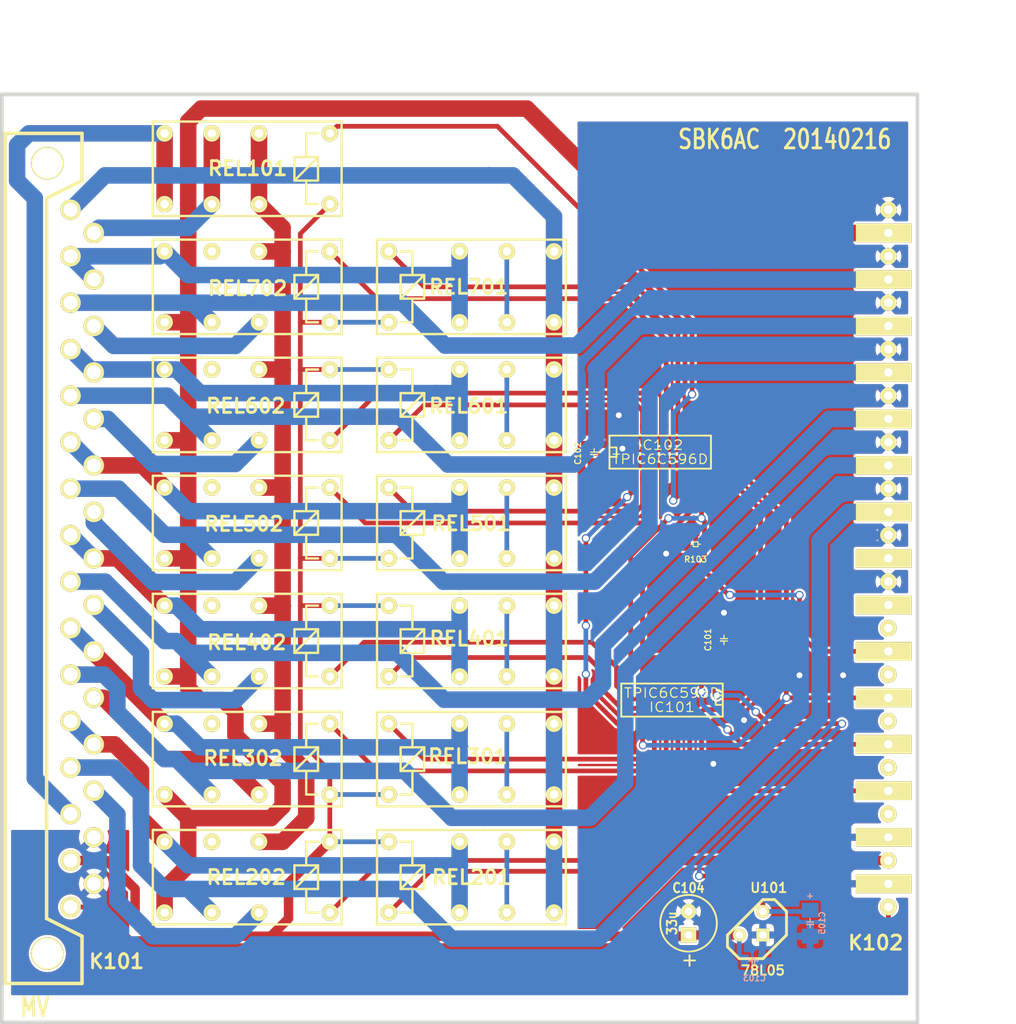
<source format=kicad_pcb>
(kicad_pcb (version 20211014) (generator pcbnew)
  (title_block (title "Schattenbahnhofkarte 3L\\nSBK6AC") (date "2014-02-16") (rev "0432 -") (company "MV"))
  (layers (0 "F.Cu" signal) (31 "B.Cu" signal) (34 "B.Paste" user) (35 "F.Paste" user) (36 "B.SilkS" user "B.Silkscreen") (37 "F.SilkS" user "F.Silkscreen") (38 "B.Mask" user) (39 "F.Mask" user) (44 "Edge.Cuts" user))
  (net 0 "")
  (net 1 "+12V")
  (net 2 "+5V")
  (net 3 "/FSE")
  (net 4 "/FSS")
  (net 5 "/LN")
  (net 6 "/Rel14")
  (net 7 "/SPI_MOSI")
  (net 8 "/SPI_OE")
  (net 9 "/SPI_RCK")
  (net 10 "/SPI_SCK")
  (net 11 "GND")
  (net 12 "/Rel8")
  (net 13 "/Rel7")
  (net 14 "/Rel6")
  (net 15 "/Rel5")
  (net 16 "Net-(IC101-Pad9)")
  (net 17 "/Rel4")
  (net 18 "/Rel3")
  (net 19 "/Rel2")
  (net 20 "/Rel1")
  (net 21 "/Rel18")
  (net 22 "/Rel17")
  (net 23 "/Rel16")
  (net 24 "/Rel15")
  (net 25 "Net-(IC102-Pad9)")
  (net 26 "/Rel13")
  (net 27 "/Rel12")
  (net 28 "/Rel11")
  (net 29 "/GM3")
  (net 30 "/GL3")
  (net 31 "/GL2")
  (net 32 "/GM2")
  (net 33 "/GL1")
  (net 34 "/GM1")
  (net 35 "/GM5")
  (net 36 "/GL5")
  (net 37 "/GL4")
  (net 38 "/GM4")
  (net 39 "/GM6")
  (net 40 "/GL6")
  (net 41 "/BM6")
  (net 42 "/BM4")
  (net 43 "/BM5")
  (net 44 "/BM1")
  (net 45 "/BM2")
  (net 46 "/BM3")
  (net 47 "/FSA")
  (net 48 "/BME")
  (net 49 "Net-(K102-Pad16)")
  (net 50 "Net-(K102-Pad14)")
  (net 51 "Net-(K102-Pad13)")
  (net 52 "Net-(K102-Pad11)")
  (net 53 "Net-(K102-Pad9)")
  (net 54 "Net-(K102-Pad7)")
  (net 55 "Net-(K102-Pad5)")
  (net 56 "/FSE_D")
  (net 57 "Net-(REL201-Pad4)")
  (net 58 "Net-(REL202-Pad4)")
  (net 59 "Net-(REL301-Pad4)")
  (net 60 "Net-(REL302-Pad4)")
  (net 61 "Net-(REL401-Pad4)")
  (net 62 "Net-(REL402-Pad4)")
  (net 63 "Net-(REL501-Pad4)")
  (net 64 "Net-(REL502-Pad4)")
  (net 65 "Net-(REL601-Pad4)")
  (net 66 "Net-(REL602-Pad4)")
  (net 67 "Net-(REL701-Pad4)")
  (net 68 "Net-(REL702-Pad4)")
  (footprint "base:Relay_MT2" (layer "F.Cu") (at 116.84 135.89)
    (fp_text reference "REL201")
    (fp_text value "RELAY_DPDT" hide)
  )
  (footprint "base:Relay_MT2" (layer "F.Cu") (at 92.71 135.89 180)
    (fp_text reference "REL202")
    (fp_text value "RELAY_DPDT" hide)
  )
  (footprint "base:DIN41617-31" (layer "F.Cu") (at 76.2 101.6 -90)
    (fp_text reference "K101")
    (fp_text value "CONN_31" hide)
  )
  (footprint "base:DIN41617_Bu" (layer "F.Cu") (at 164.719 101.6)
    (fp_text reference "K102")
    (fp_text value "CONN_31" hide)
  )
  (footprint "base:Relay_MT2" (layer "F.Cu") (at 116.84 123.19)
    (fp_text reference "REL301")
    (fp_text value "RELAY_DPDT" hide)
  )
  (footprint "base:Relay_MT2" (layer "F.Cu") (at 92.71 123.19 180)
    (fp_text reference "REL302")
    (fp_text value "RELAY_DPDT" hide)
  )
  (footprint "base:Relay_MT2" (layer "F.Cu") (at 116.84 110.49)
    (fp_text reference "REL401")
    (fp_text value "RELAY_DPDT" hide)
  )
  (footprint "base:Relay_MT2" (layer "F.Cu") (at 92.71 110.49 180)
    (fp_text reference "REL402")
    (fp_text value "RELAY_DPDT" hide)
  )
  (footprint "base:Relay_MT2" (layer "F.Cu") (at 116.84 97.79)
    (fp_text reference "REL501")
    (fp_text value "RELAY_DPDT" hide)
  )
  (footprint "base:Relay_MT2" (layer "F.Cu") (at 92.71 97.79 180)
    (fp_text reference "REL502")
    (fp_text value "RELAY_DPDT" hide)
  )
  (footprint "base:Relay_MT2" (layer "F.Cu") (at 116.84 85.09)
    (fp_text reference "REL601")
    (fp_text value "RELAY_DPDT" hide)
  )
  (footprint "base:Relay_MT2" (layer "F.Cu") (at 92.71 72.39 180)
    (fp_text reference "REL702")
    (fp_text value "RELAY_DPDT" hide)
  )
  (footprint "base:Relay_MT2" (layer "F.Cu") (at 116.84 72.39)
    (fp_text reference "REL701")
    (fp_text value "RELAY_DPDT" hide)
  )
  (footprint "base:Relay_MT2" (layer "F.Cu") (at 92.71 85.09 180)
    (fp_text reference "REL602")
    (fp_text value "RELAY_DPDT" hide)
  )
  (footprint "base:Relay_MT2" (layer "F.Cu") (at 92.71 59.69 180)
    (fp_text reference "REL101")
    (fp_text value "RELAY_DPDT" hide)
  )
  (footprint "base:LM78LXX" (layer "F.Cu") (at 146.939 140.843 180)
    (fp_text reference "U101")
    (fp_text value "78L05")
  )
  (footprint "base:C1V6" (layer "F.Cu") (at 140.208 140.843 90)
    (fp_text reference "C104")
    (fp_text value "33u")
  )
  (footprint "base:C0805" (layer "F.Cu") (at 130.048 90.297 90)
    (fp_text reference "C102")
    (fp_text value "100n" hide)
  )
  (footprint "base:C0805" (layer "F.Cu") (at 144.018 110.363 90)
    (fp_text reference "C101")
    (fp_text value "100n" hide)
  )
  (footprint "base:R0805" (layer "F.Cu") (at 140.97 100.076)
    (fp_text reference "R103")
    (fp_text value "R" hide)
  )
  (footprint "base:SO16E" (layer "F.Cu") (at 137.16 90.17)
    (fp_text reference "IC102")
    (fp_text value "TPIC6C596D")
  )
  (footprint "base:SO16E" (layer "F.Cu") (at 138.43 116.84 180)
    (fp_text reference "IC101")
    (fp_text value "TPIC6C596D")
  )
  (footprint "base:C0805" (layer "B.Cu") (at 147.193 144.907)
    (fp_text reference "C103")
    (fp_text value "100n" hide)
  )
  (footprint "base:C1206Pol" (layer "B.Cu") (at 153.289 140.843 90)
    (fp_text reference "C105")
    (fp_text value "10u" hide)
  )
  (gr_line (start 66.294 151.511) (end 66.294 51.689) (layer "B.SilkS") (width 0.381))
  (gr_line (start 66.294 51.689) (end 164.846 51.689) (layer "B.SilkS") (width 0.381))
  (gr_line (start 164.846 151.511) (end 66.294 151.511) (layer "B.SilkS") (width 0.381))
  (gr_line (start 164.846 51.689) (end 164.846 151.511) (layer "B.SilkS") (width 0.381))
  (gr_line (start 66.294 51.689) (end 66.294 151.511) (layer "Edge.Cuts") (width 0.381))
  (gr_line (start 164.846 51.689) (end 66.294 51.689) (layer "Edge.Cuts") (width 0.381))
  (gr_line (start 66.294 151.511) (end 164.846 151.511) (layer "Edge.Cuts") (width 0.381))
  (gr_line (start 164.846 151.511) (end 164.846 51.689) (layer "Edge.Cuts") (width 0.381))
  (gr_text "SBK6AC" (at 143.51 56.515) (layer "F.SilkS") (effects (font (size 2.032 1.524) (thickness 0.3048))))
  (gr_text "MV" (at 69.85 149.86) (layer "F.SilkS") (effects (font (size 2.032 1.524) (thickness 0.3048))))
  (gr_text "20140216" (at 156.21 56.515) (layer "F.SilkS") (effects (font (size 2.032 1.524) (thickness 0.3048))))
  (segment (start 98.425 106.68) (end 98.425 101.6) (width 0.508) (layer "F.Cu") (net 1))
  (segment (start 98.425 79.375) (end 98.425 76.2) (width 0.508) (layer "F.Cu") (net 1))
  (segment (start 95.377 142.24) (end 131.064 142.24) (width 1.016) (layer "F.Cu") (net 1))
  (segment (start 97.155 136.525) (end 101.6 132.08) (width 1.016) (layer "F.Cu") (net 1))
  (segment (start 80.645 140.335) (end 82.55 142.24) (width 1.016) (layer "F.Cu") (net 1))
  (segment (start 98.425 66.675) (end 101.6 63.5) (width 0.508) (layer "F.Cu") (net 1))
  (segment (start 98.425 101.6) (end 98.425 81.28) (width 0.508) (layer "F.Cu") (net 1))
  (segment (start 101.6 127) (end 101.6 124.46) (width 0.508) (layer "F.Cu") (net 1))
  (segment (start 101.6 124.46) (end 98.425 121.285) (width 0.508) (layer "F.Cu") (net 1))
  (segment (start 98.425 121.285) (end 98.425 106.68) (width 0.508) (layer "F.Cu") (net 1))
  (segment (start 95.25 142.24) (end 97.155 140.335) (width 1.016) (layer "F.Cu") (net 1))
  (segment (start 77.5843 134.0993) (end 80.645 137.16) (width 1.016) (layer "F.Cu") (net 1))
  (segment (start 101.6 81.28) (end 98.425 81.28) (width 0.508) (layer "F.Cu") (net 1))
  (segment (start 140.081 142.24) (end 140.208 142.113) (width 1.016) (layer "F.Cu") (net 1))
  (segment (start 80.645 137.16) (end 80.645 140.335) (width 1.016) (layer "F.Cu") (net 1))
  (segment (start 101.6 106.68) (end 98.425 106.68) (width 0.508) (layer "F.Cu") (net 1))
  (segment (start 98.425 81.28) (end 98.425 79.375) (width 0.508) (layer "F.Cu") (net 1))
  (segment (start 97.155 140.335) (end 97.155 136.525) (width 1.016) (layer "F.Cu") (net 1))
  (segment (start 139.2047 134.0993) (end 161.71926 134.0993) (width 1.016) (layer "F.Cu") (net 1))
  (segment (start 101.6 76.2) (end 98.425 76.2) (width 0.508) (layer "F.Cu") (net 1))
  (segment (start 101.6 101.6) (end 98.425 101.6) (width 0.508) (layer "F.Cu") (net 1))
  (segment (start 82.55 142.24) (end 95.377 142.24) (width 1.016) (layer "F.Cu") (net 1))
  (segment (start 73.6981 134.0993) (end 77.5843 134.0993) (width 1.016) (layer "F.Cu") (net 1))
  (segment (start 95.377 142.24) (end 95.25 142.24) (width 1.016) (layer "F.Cu") (net 1))
  (segment (start 131.064 142.24) (end 140.081 142.24) (width 1.016) (layer "F.Cu") (net 1))
  (segment (start 140.208 142.113) (end 145.669 142.113) (width 1.016) (layer "F.Cu") (net 1))
  (segment (start 131.064 142.24) (end 139.2047 134.0993) (width 1.016) (layer "F.Cu") (net 1))
  (segment (start 98.425 76.2) (end 98.425 66.675) (width 0.508) (layer "F.Cu") (net 1))
  (segment (start 101.6 132.08) (end 101.6 127) (width 0.508) (layer "F.Cu") (net 1))
  (segment (start 107.95 127) (end 101.6 127) (width 0.508) (layer "B.Cu") (net 1))
  (segment (start 107.95 101.6) (end 101.6 101.6) (width 0.508) (layer "B.Cu") (net 1))
  (segment (start 107.95 132.08) (end 101.6 132.08) (width 0.508) (layer "B.Cu") (net 1))
  (segment (start 145.669 144.3355) (end 145.669 142.113) (width 0.508) (layer "B.Cu") (net 1))
  (segment (start 107.95 106.68) (end 101.6 106.68) (width 0.508) (layer "B.Cu") (net 1))
  (segment (start 146.2405 144.907) (end 145.669 144.3355) (width 0.508) (layer "B.Cu") (net 1))
  (segment (start 107.95 81.28) (end 101.6 81.28) (width 0.508) (layer "B.Cu") (net 1))
  (segment (start 107.95 76.2) (end 101.6 76.2) (width 0.508) (layer "B.Cu") (net 1))
  (segment (start 135.255 101.727) (end 137.9855 98.9965) (width 0.508) (layer "F.Cu") (net 2))
  (segment (start 139.319 90.805) (end 133.477 90.805) (width 0.508) (layer "F.Cu") (net 2))
  (segment (start 148.717 119.38) (end 156.718 119.38) (width 0.508) (layer "F.Cu") (net 2))
  (segment (start 135.255 113.411) (end 135.255 110.109) (width 0.508) (layer "F.Cu") (net 2))
  (segment (start 142.875 113.411) (end 142.875 113.157) (width 0.508) (layer "F.Cu") (net 2))
  (segment (start 135.255 114.3) (end 135.255 113.411) (width 0.508) (layer "F.Cu") (net 2))
  (segment (start 148.209 138.43) (end 148.209 139.573) (width 0.508) (layer "F.Cu") (net 2))
  (segment (start 140.335 96.647) (end 140.335 92.71) (width 0.508) (layer "F.Cu") (net 2))
  (segment (start 140.335 91.821) (end 139.319 90.805) (width 0.508) (layer "F.Cu") (net 2))
  (segment (start 147.447 118.11) (end 148.717 119.38) (width 0.508) (layer "F.Cu") (net 2))
  (segment (start 130.048 91.2495) (end 133.0325 91.2495) (width 0.508) (layer "F.Cu") (net 2))
  (segment (start 139.065 100.076) (end 137.9855 98.9965) (width 0.508) (layer "F.Cu") (net 2))
  (segment (start 144.018 111.3155) (end 144.018 112.268) (width 0.508) (layer "F.Cu") (net 2))
  (segment (start 137.9855 98.9965) (end 140.335 96.647) (width 0.508) (layer "F.Cu") (net 2))
  (segment (start 142.875 115.951) (end 143.256 116.332) (width 0.508) (layer "F.Cu") (net 2))
  (segment (start 145.542 135.763) (end 148.209 138.43) (width 0.508) (layer "F.Cu") (net 2))
  (segment (start 136.398 112.268) (end 135.255 113.411) (width 0.508) (layer "F.Cu") (net 2))
  (segment (start 133.0325 91.2495) (end 133.477 90.805) (width 0.508) (layer "F.Cu") (net 2))
  (segment (start 142.875 113.157) (end 141.986 112.268) (width 0.508) (layer "F.Cu") (net 2))
  (segment (start 135.255 110.109) (end 135.255 101.727) (width 0.508) (layer "F.Cu") (net 2))
  (segment (start 141.986 112.268) (end 136.398 112.268) (width 0.508) (layer "F.Cu") (net 2))
  (segment (start 132.715 91.567) (end 133.477 90.805) (width 0.508) (layer "F.Cu") (net 2))
  (segment (start 142.875 114.3) (end 142.875 115.951) (width 0.508) (layer "F.Cu") (net 2))
  (segment (start 140.0175 100.076) (end 139.065 100.076) (width 0.508) (layer "F.Cu") (net 2))
  (segment (start 144.018 112.268) (end 142.875 113.411) (width 0.508) (layer "F.Cu") (net 2))
  (segment (start 132.715 92.71) (end 132.715 91.567) (width 0.508) (layer "F.Cu") (net 2))
  (segment (start 140.335 92.71) (end 140.335 91.821) (width 0.508) (layer "F.Cu") (net 2))
  (segment (start 142.875 113.411) (end 142.875 114.3) (width 0.508) (layer "F.Cu") (net 2))
  (segment (start 141.351 135.763) (end 145.542 135.763) (width 0.508) (layer "F.Cu") (net 2))
  (via (at 143.256 116.332) (size 0.889) (drill 0.635) (layers "F.Cu" "B.Cu") (net 2))
  (via (at 156.718 119.38) (size 0.889) (drill 0.635) (layers "F.Cu" "B.Cu") (net 2))
  (via (at 141.351 135.763) (size 0.889) (drill 0.635) (layers "F.Cu" "B.Cu") (net 2))
  (via (at 147.447 118.11) (size 0.889) (drill 0.635) (layers "F.Cu" "B.Cu") (net 2))
  (segment (start 141.351 134.747) (end 141.351 135.763) (width 0.508) (layer "B.Cu") (net 2))
  (segment (start 143.256 116.332) (end 145.669 116.332) (width 0.508) (layer "B.Cu") (net 2))
  (segment (start 153.289 139.446) (end 153.162 139.573) (width 0.508) (layer "B.Cu") (net 2))
  (segment (start 156.718 119.38) (end 141.351 134.747) (width 0.508) (layer "B.Cu") (net 2))
  (segment (start 153.162 139.573) (end 148.209 139.573) (width 0.508) (layer "B.Cu") (net 2))
  (segment (start 145.669 116.332) (end 147.447 118.11) (width 0.508) (layer "B.Cu") (net 2))
  (segment (start 88.9 63.5) (end 88.9 55.88) (width 1.778) (layer "F.Cu") (net 3))
  (segment (start 86.36 66.04) (end 88.9 63.5) (width 1.778) (layer "B.Cu") (net 3))
  (segment (start 76.2 66.60134) (end 76.76134 66.04) (width 1.778) (layer "B.Cu") (net 3))
  (segment (start 76.76134 66.04) (end 86.36 66.04) (width 1.778) (layer "B.Cu") (net 3))
  (segment (start 83.82 55.88) (end 83.82 63.5) (width 1.778) (layer "F.Cu") (net 4))
  (segment (start 67.945 57.15) (end 69.215 55.88) (width 1.778) (layer "B.Cu") (net 4))
  (segment (start 73.6981 129.10058) (end 69.85 125.25248) (width 1.778) (layer "B.Cu") (net 4))
  (segment (start 67.945 60.96) (end 67.945 57.15) (width 1.778) (layer "B.Cu") (net 4))
  (segment (start 69.85 125.25248) (end 69.85 62.865) (width 1.778) (layer "B.Cu") (net 4))
  (segment (start 69.85 62.865) (end 67.945 60.96) (width 1.778) (layer "B.Cu") (net 4))
  (segment (start 69.215 55.88) (end 83.82 55.88) (width 1.778) (layer "B.Cu") (net 4))
  (segment (start 159.131 147.574) (end 161.71926 144.98574) (width 0.508) (layer "F.Cu") (net 5))
  (segment (start 132.461 144.272) (end 135.763 147.574) (width 0.508) (layer "F.Cu") (net 5))
  (segment (start 73.6981 139.10056) (end 76.74356 139.10056) (width 0.508) (layer "F.Cu") (net 5))
  (segment (start 96.139 144.272) (end 132.461 144.272) (width 0.508) (layer "F.Cu") (net 5))
  (segment (start 81.915 144.272) (end 96.139 144.272) (width 0.508) (layer "F.Cu") (net 5))
  (segment (start 76.74356 139.10056) (end 81.915 144.272) (width 0.508) (layer "F.Cu") (net 5))
  (segment (start 161.71926 144.98574) (end 161.71926 139.10056) (width 0.508) (layer "F.Cu") (net 5))
  (segment (start 135.763 147.574) (end 159.131 147.574) (width 0.508) (layer "F.Cu") (net 5))
  (segment (start 102.362 55.118) (end 101.6 55.88) (width 0.508) (layer "F.Cu") (net 6))
  (segment (start 139.065 92.71) (end 139.065 94.869) (width 0.508) (layer "F.Cu") (net 6))
  (segment (start 139.065 94.869) (end 138.557 95.377) (width 0.508) (layer "F.Cu") (net 6))
  (segment (start 140.589 83.947) (end 140.589 76.073) (width 0.508) (layer "F.Cu") (net 6))
  (segment (start 140.589 76.073) (end 119.634 55.118) (width 0.508) (layer "F.Cu") (net 6))
  (segment (start 119.634 55.118) (end 102.362 55.118) (width 0.508) (layer "F.Cu") (net 6))
  (via (at 138.557 95.377) (size 0.889) (drill 0.635) (layers "F.Cu" "B.Cu") (net 6))
  (via (at 140.589 83.947) (size 0.889) (drill 0.635) (layers "F.Cu" "B.Cu") (net 6))
  (segment (start 138.557 95.377) (end 138.557 85.979) (width 0.508) (layer "B.Cu") (net 6))
  (segment (start 138.557 85.979) (end 140.589 83.947) (width 0.508) (layer "B.Cu") (net 6))
  (segment (start 147.828 121.59996) (end 147.89404 121.59996) (width 0.508) (layer "F.Cu") (net 7))
  (segment (start 141.605 115.951) (end 141.605 114.3) (width 0.508) (layer "F.Cu") (net 7))
  (segment (start 161.71926 121.59996) (end 147.828 121.59996) (width 0.508) (layer "F.Cu") (net 7))
  (segment (start 145.98396 121.59996) (end 144.399 120.015) (width 0.508) (layer "F.Cu") (net 7))
  (segment (start 147.828 121.59996) (end 145.98396 121.59996) (width 0.508) (layer "F.Cu") (net 7))
  (via (at 144.399 120.015) (size 0.889) (drill 0.635) (layers "F.Cu" "B.Cu") (net 7))
  (via (at 141.605 115.951) (size 0.889) (drill 0.635) (layers "F.Cu" "B.Cu") (net 7))
  (segment (start 141.605 117.221) (end 141.605 115.951) (width 0.508) (layer "B.Cu") (net 7))
  (segment (start 144.399 120.015) (end 141.605 117.221) (width 0.508) (layer "B.Cu") (net 7))
  (segment (start 152.146 109.728) (end 154.01798 111.59998) (width 0.508) (layer "F.Cu") (net 8))
  (segment (start 141.605 97.282) (end 141.605 92.71) (width 0.508) (layer "F.Cu") (net 8))
  (segment (start 144.526 105.537) (end 144.653 105.537) (width 0.508) (layer "F.Cu") (net 8))
  (segment (start 154.01798 111.59998) (end 161.71926 111.59998) (width 0.508) (layer "F.Cu") (net 8))
  (segment (start 141.9225 100.076) (end 141.9225 97.5995) (width 0.508) (layer "F.Cu") (net 8))
  (segment (start 141.9225 97.5995) (end 141.605 97.282) (width 0.508) (layer "F.Cu") (net 8))
  (segment (start 152.146 105.537) (end 152.146 109.728) (width 0.508) (layer "F.Cu") (net 8))
  (segment (start 133.985 114.3) (end 133.985 101.346) (width 0.508) (layer "F.Cu") (net 8))
  (segment (start 133.985 101.346) (end 138.049 97.282) (width 0.508) (layer "F.Cu") (net 8))
  (segment (start 141.9225 100.076) (end 141.9225 102.9335) (width 0.508) (layer "F.Cu") (net 8))
  (segment (start 141.9225 102.9335) (end 144.526 105.537) (width 0.508) (layer "F.Cu") (net 8))
  (via (at 138.049 97.282) (size 0.889) (drill 0.635) (layers "F.Cu" "B.Cu") (net 8))
  (via (at 141.605 97.282) (size 0.889) (drill 0.635) (layers "F.Cu" "B.Cu") (net 8))
  (via (at 144.653 105.537) (size 0.889) (drill 0.635) (layers "F.Cu" "B.Cu") (net 8))
  (via (at 152.146 105.537) (size 0.889) (drill 0.635) (layers "F.Cu" "B.Cu") (net 8))
  (segment (start 144.653 105.537) (end 152.146 105.537) (width 0.508) (layer "B.Cu") (net 8))
  (segment (start 138.049 97.282) (end 141.605 97.282) (width 0.508) (layer "B.Cu") (net 8))
  (segment (start 135.255 121.655) (end 135.3 121.7) (width 0.508) (layer "F.Cu") (net 9))
  (segment (start 140.335 87.63) (end 140.335 88.265) (width 0.508) (layer "F.Cu") (net 9))
  (segment (start 150.749 116.60124) (end 150.749 116.586) (width 0.508) (layer "F.Cu") (net 9))
  (segment (start 141.097 89.027) (end 142.494 89.027) (width 0.508) (layer "F.Cu") (net 9))
  (segment (start 150.73376 116.60124) (end 150.749 116.60124) (width 0.508) (layer "F.Cu") (net 9))
  (segment (start 150.749 116.60124) (end 161.71926 116.60124) (width 0.508) (layer "F.Cu") (net 9))
  (segment (start 135.255 121.655) (end 135.255 119.38) (width 0.508) (layer "F.Cu") (net 9))
  (segment (start 140.335 88.265) (end 141.097 89.027) (width 0.508) (layer "F.Cu") (net 9))
  (segment (start 142.494 89.027) (end 150.73376 97.26676) (width 0.508) (layer "F.Cu") (net 9))
  (segment (start 150.73376 116.60124) (end 150.73376 97.26676) (width 0.508) (layer "F.Cu") (net 9))
  (via (at 150.749 116.586) (size 0.889) (drill 0.635) (layers "F.Cu" "B.Cu") (net 9))
  (via (at 135.3 121.7) (size 0.889) (drill 0.635) (layers "F.Cu" "B.Cu") (net 9))
  (segment (start 145.635 121.7) (end 145.669 121.666) (width 0.508) (layer "B.Cu") (net 9))
  (segment (start 145.669 121.666) (end 150.749 116.586) (width 0.508) (layer "B.Cu") (net 9))
  (segment (start 135.3 121.7) (end 145.635 121.7) (width 0.508) (layer "B.Cu") (net 9))
  (segment (start 147.955 96.393) (end 147.955 114.935) (width 0.508) (layer "F.Cu") (net 10))
  (segment (start 141.605 125.095) (end 141.605 119.38) (width 0.508) (layer "F.Cu") (net 10))
  (segment (start 147.955 115.443) (end 145.542 117.856) (width 0.508) (layer "F.Cu") (net 10))
  (segment (start 145.542 117.856) (end 141.859 117.856) (width 0.508) (layer "F.Cu") (net 10))
  (segment (start 141.859 117.856) (end 141.605 118.11) (width 0.508) (layer "F.Cu") (net 10))
  (segment (start 133.985 87.63) (end 133.985 88.9) (width 0.508) (layer "F.Cu") (net 10))
  (segment (start 143.11122 126.60122) (end 141.605 125.095) (width 0.508) (layer "F.Cu") (net 10))
  (segment (start 141.478 89.916) (end 147.955 96.393) (width 0.508) (layer "F.Cu") (net 10))
  (segment (start 141.605 118.11) (end 141.605 119.38) (width 0.508) (layer "F.Cu") (net 10))
  (segment (start 147.955 114.935) (end 147.955 115.443) (width 0.508) (layer "F.Cu") (net 10))
  (segment (start 133.985 88.9) (end 135.001 89.916) (width 0.508) (layer "F.Cu") (net 10))
  (segment (start 135.001 89.916) (end 141.478 89.916) (width 0.508) (layer "F.Cu") (net 10))
  (segment (start 161.71926 126.60122) (end 143.11122 126.60122) (width 0.508) (layer "F.Cu") (net 10))
  (segment (start 132.715 86.215) (end 132.7 86.2) (width 0.508) (layer "F.Cu") (net 11))
  (segment (start 132.6515 89.3445) (end 133.096 89.789) (width 0.508) (layer "F.Cu") (net 11))
  (segment (start 132.715 87.63) (end 132.715 86.215) (width 0.508) (layer "F.Cu") (net 11))
  (segment (start 144.018 107.315) (end 137.795 101.092) (width 0.508) (layer "F.Cu") (net 11))
  (segment (start 144.018 109.4105) (end 144.018 107.442) (width 0.508) (layer "F.Cu") (net 11))
  (segment (start 156.845 114.173) (end 152.146 114.173) (width 1.016) (layer "F.Cu") (net 11))
  (segment (start 142.875 119.38) (end 143.256 118.999) (width 0.508) (layer "F.Cu") (net 11))
  (segment (start 143.256 118.999) (end 146.177 118.999) (width 0.508) (layer "F.Cu") (net 11))
  (segment (start 130.048 89.3445) (end 132.6515 89.3445) (width 0.508) (layer "F.Cu") (net 11))
  (segment (start 132.715 89.408) (end 132.715 87.63) (width 0.508) (layer "F.Cu") (net 11))
  (segment (start 132.715 89.408) (end 133.096 89.789) (width 0.508) (layer "F.Cu") (net 11))
  (segment (start 142.875 119.38) (end 142.875 123.698) (width 0.508) (layer "F.Cu") (net 11))
  (segment (start 144.018 107.442) (end 144.018 107.315) (width 0.508) (layer "F.Cu") (net 11))
  (via (at 144.018 107.442) (size 0.889) (drill 0.635) (layers "F.Cu" "B.Cu") (net 11))
  (via (at 142.875 123.698) (size 0.889) (drill 0.635) (layers "F.Cu" "B.Cu") (net 11))
  (via (at 152.146 114.173) (size 0.889) (drill 0.635) (layers "F.Cu" "B.Cu") (net 11))
  (via (at 156.845 114.173) (size 0.889) (drill 0.635) (layers "F.Cu" "B.Cu") (net 11))
  (via (at 132.7 86.2) (size 0.889) (drill 0.635) (layers "F.Cu" "B.Cu") (net 11))
  (via (at 137.795 101.092) (size 0.889) (drill 0.635) (layers "F.Cu" "B.Cu") (net 11))
  (via (at 146.177 118.999) (size 0.889) (drill 0.635) (layers "F.Cu" "B.Cu") (net 11))
  (via (at 133.096 89.789) (size 0.889) (drill 0.635) (layers "F.Cu" "B.Cu") (net 11))
  (segment (start 156.845 132.461) (end 156.845 137.414) (width 0.508) (layer "B.Cu") (net 11))
  (segment (start 156.845 100.203) (end 156.845 114.173) (width 1.016) (layer "B.Cu") (net 11))
  (segment (start 153.289 142.24) (end 155.829 142.24) (width 0.508) (layer "B.Cu") (net 11))
  (segment (start 161.71926 99.10064) (end 157.94736 99.10064) (width 1.016) (layer "B.Cu") (net 11))
  (segment (start 161.71926 131.59994) (end 157.70606 131.59994) (width 0.508) (layer "B.Cu") (net 11))
  (segment (start 157.94736 99.10064) (end 156.845 100.203) (width 1.016) (layer "B.Cu") (net 11))
  (segment (start 156.845 137.414) (end 157.6578 136.6012) (width 0.508) (layer "B.Cu") (net 11))
  (segment (start 155.829 142.24) (end 156.845 141.224) (width 0.508) (layer "B.Cu") (net 11))
  (segment (start 156.845 141.224) (end 156.845 137.414) (width 0.508) (layer "B.Cu") (net 11))
  (segment (start 157.70606 131.59994) (end 156.845 132.461) (width 0.508) (layer "B.Cu") (net 11))
  (segment (start 157.6578 136.6012) (end 161.71926 136.6012) (width 0.508) (layer "B.Cu") (net 11))
  (segment (start 112.39 135.26) (end 135.25 135.26) (width 0.508) (layer "F.Cu") (net 12))
  (segment (start 107.95 139.7) (end 112.39 135.26) (width 0.508) (layer "F.Cu") (net 12))
  (segment (start 140.335 130.175) (end 140.335 119.38) (width 0.508) (layer "F.Cu") (net 12))
  (segment (start 135.25 135.26) (end 140.335 130.175) (width 0.508) (layer "F.Cu") (net 12))
  (segment (start 133.88 134.09) (end 139.065 128.905) (width 0.508) (layer "F.Cu") (net 13))
  (segment (start 139.065 128.905) (end 139.065 119.38) (width 0.508) (layer "F.Cu") (net 13))
  (segment (start 107.21 134.09) (end 133.88 134.09) (width 0.508) (layer "F.Cu") (net 13))
  (segment (start 101.6 139.7) (end 107.21 134.09) (width 0.508) (layer "F.Cu") (net 13))
  (segment (start 136.79 124.46) (end 137.795 123.455) (width 0.508) (layer "F.Cu") (net 14))
  (segment (start 106.68 124.46) (end 136.79 124.46) (width 0.508) (layer "F.Cu") (net 14))
  (segment (start 101.6 119.38) (end 106.68 124.46) (width 0.508) (layer "F.Cu") (net 14))
  (segment (start 137.795 123.455) (end 137.795 119.38) (width 0.508) (layer "F.Cu") (net 14))
  (segment (start 136.02 123.19) (end 136.525 122.685) (width 0.508) (layer "F.Cu") (net 15))
  (segment (start 107.95 119.38) (end 111.76 123.19) (width 0.508) (layer "F.Cu") (net 15))
  (segment (start 111.76 123.19) (end 136.02 123.19) (width 0.508) (layer "F.Cu") (net 15))
  (segment (start 136.525 122.685) (end 136.525 119.38) (width 0.508) (layer "F.Cu") (net 15))
  (segment (start 129.159 108.839) (end 129.159 99.441) (width 0.508) (layer "F.Cu") (net 16))
  (segment (start 133.985 94.615) (end 133.985 92.71) (width 0.508) (layer "F.Cu") (net 16))
  (segment (start 133.604 94.996) (end 133.985 94.615) (width 0.508) (layer "F.Cu") (net 16))
  (segment (start 132.537 119.38) (end 129.159 116.002) (width 0.508) (layer "F.Cu") (net 16))
  (segment (start 133.985 119.38) (end 132.537 119.38) (width 0.508) (layer "F.Cu") (net 16))
  (segment (start 129.159 116.002) (end 129.159 114.046) (width 0.508) (layer "F.Cu") (net 16))
  (via (at 129.159 99.441) (size 0.889) (drill 0.635) (layers "F.Cu" "B.Cu") (net 16))
  (via (at 129.159 114.046) (size 0.889) (drill 0.635) (layers "F.Cu" "B.Cu") (net 16))
  (via (at 133.604 94.996) (size 0.889) (drill 0.635) (layers "F.Cu" "B.Cu") (net 16))
  (via (at 129.159 108.839) (size 0.889) (drill 0.635) (layers "F.Cu" "B.Cu") (net 16))
  (segment (start 129.159 99.441) (end 133.604 94.996) (width 0.508) (layer "B.Cu") (net 16))
  (segment (start 129.159 114.046) (end 129.159 108.839) (width 0.508) (layer "B.Cu") (net 16))
  (segment (start 133.858 116.713) (end 135.255 116.713) (width 0.508) (layer "F.Cu") (net 17))
  (segment (start 135.255 116.713) (end 136.525 115.443) (width 0.508) (layer "F.Cu") (net 17))
  (segment (start 105.283 110.617) (end 129.794 110.617) (width 0.508) (layer "F.Cu") (net 17))
  (segment (start 136.525 115.443) (end 136.525 114.3) (width 0.508) (layer "F.Cu") (net 17))
  (segment (start 129.794 110.617) (end 132.461 113.284) (width 0.508) (layer "F.Cu") (net 17))
  (segment (start 132.461 113.284) (end 132.461 115.316) (width 0.508) (layer "F.Cu") (net 17))
  (segment (start 132.461 115.316) (end 133.858 116.713) (width 0.508) (layer "F.Cu") (net 17))
  (segment (start 101.6 114.3) (end 105.283 110.617) (width 0.508) (layer "F.Cu") (net 17))
  (segment (start 136.144 117.729) (end 137.795 116.078) (width 0.508) (layer "F.Cu") (net 18))
  (segment (start 129.413 112.268) (end 131.191 114.046) (width 0.508) (layer "F.Cu") (net 18))
  (segment (start 137.795 116.078) (end 137.795 114.3) (width 0.508) (layer "F.Cu") (net 18))
  (segment (start 107.95 114.3) (end 109.982 112.268) (width 0.508) (layer "F.Cu") (net 18))
  (segment (start 109.982 112.268) (end 129.413 112.268) (width 0.508) (layer "F.Cu") (net 18))
  (segment (start 132.969 117.729) (end 136.144 117.729) (width 0.508) (layer "F.Cu") (net 18))
  (segment (start 131.191 114.046) (end 131.191 115.951) (width 0.508) (layer "F.Cu") (net 18))
  (segment (start 131.191 115.951) (end 132.969 117.729) (width 0.508) (layer "F.Cu") (net 18))
  (segment (start 107.95 88.9) (end 111.76 85.09) (width 0.508) (layer "F.Cu") (net 21))
  (segment (start 134.62 85.09) (end 135.255 85.725) (width 0.508) (layer "F.Cu") (net 21))
  (segment (start 111.76 85.09) (end 134.62 85.09) (width 0.508) (layer "F.Cu") (net 21))
  (segment (start 135.255 85.725) (end 135.255 87.63) (width 0.508) (layer "F.Cu") (net 21))
  (segment (start 106.68 83.82) (end 135.89 83.82) (width 0.508) (layer "F.Cu") (net 22))
  (segment (start 135.89 83.82) (end 136.525 84.455) (width 0.508) (layer "F.Cu") (net 22))
  (segment (start 136.525 84.455) (end 136.525 87.63) (width 0.508) (layer "F.Cu") (net 22))
  (segment (start 101.6 88.9) (end 106.68 83.82) (width 0.508) (layer "F.Cu") (net 22))
  (segment (start 106.68 73.66) (end 133.35 73.66) (width 0.508) (layer "F.Cu") (net 23))
  (segment (start 101.6 68.58) (end 106.68 73.66) (width 0.508) (layer "F.Cu") (net 23))
  (segment (start 133.35 73.66) (end 137.795 78.105) (width 0.508) (layer "F.Cu") (net 23))
  (segment (start 137.795 78.105) (end 137.795 87.63) (width 0.508) (layer "F.Cu") (net 23))
  (segment (start 107.95 68.58) (end 111.76 72.39) (width 0.508) (layer "F.Cu") (net 24))
  (segment (start 139.065 76.835) (end 139.065 87.63) (width 0.508) (layer "F.Cu") (net 24))
  (segment (start 111.76 72.39) (end 134.62 72.39) (width 0.508) (layer "F.Cu") (net 24))
  (segment (start 134.62 72.39) (end 139.065 76.835) (width 0.508) (layer "F.Cu") (net 24))
  (segment (start 101.6 93.98) (end 105.41 97.79) (width 0.508) (layer "F.Cu") (net 27))
  (segment (start 135.89 97.79) (end 136.525 97.155) (width 0.508) (layer "F.Cu") (net 27))
  (segment (start 136.525 97.155) (end 136.525 92.71) (width 0.508) (layer "F.Cu") (net 27))
  (segment (start 105.41 97.79) (end 135.89 97.79) (width 0.508) (layer "F.Cu") (net 27))
  (segment (start 133.35 96.52) (end 134.62 96.52) (width 0.508) (layer "F.Cu") (net 28))
  (segment (start 135.255 95.885) (end 135.255 92.71) (width 0.508) (layer "F.Cu") (net 28))
  (segment (start 134.62 96.52) (end 135.255 95.885) (width 0.508) (layer "F.Cu") (net 28))
  (segment (start 107.95 93.98) (end 110.49 96.52) (width 0.508) (layer "F.Cu") (net 28))
  (segment (start 110.49 96.52) (end 133.35 96.52) (width 0.508) (layer "F.Cu") (net 28))
  (segment (start 76.2 101.6) (end 78.74 101.6) (width 1.778) (layer "F.Cu") (net 29))
  (segment (start 78.74 101.6) (end 83.82 106.68) (width 1.778) (layer "F.Cu") (net 29))
  (segment (start 113 109.22) (end 113.03 109.22) (width 1.778) (layer "B.Cu") (net 29))
  (segment (start 115.57 109.22) (end 115.55 109.2) (width 1.778) (layer "B.Cu") (net 29))
  (segment (start 115.55 109.2) (end 115.5 109.2) (width 1.778) (layer "B.Cu") (net 29))
  (segment (start 115.5 109.2) (end 115.57 109.2) (width 1.778) (layer "B.Cu") (net 29))
  (segment (start 115.57 109.2) (end 115.57 114.3) (width 1.778) (layer "B.Cu") (net 29))
  (segment (start 87.63 109.22) (end 113 109.22) (width 1.778) (layer "B.Cu") (net 29))
  (segment (start 73.70064 99.10064) (end 76.2 101.6) (width 1.778) (layer "B.Cu") (net 29))
  (segment (start 113 109.22) (end 115.57 109.22) (width 1.778) (layer "B.Cu") (net 29))
  (segment (start 85.09 106.68) (end 87.63 109.22) (width 1.778) (layer "B.Cu") (net 29))
  (segment (start 73.6981 99.10064) (end 73.70064 99.10064) (width 1.778) (layer "B.Cu") (net 29))
  (segment (start 83.82 106.68) (end 85.09 106.68) (width 1.778) (layer "B.Cu") (net 29))
  (segment (start 115.57 106.68) (end 115.57 109.2) (width 1.778) (layer "B.Cu") (net 29))
  (segment (start 91.44 116.84) (end 93.98 114.3) (width 1.778) (layer "B.Cu") (net 30))
  (segment (start 82.55 116.84) (end 91.44 116.84) (width 1.778) (layer "B.Cu") (net 30))
  (segment (start 76.2 106.68) (end 81.28 111.76) (width 1.778) (layer "B.Cu") (net 30))
  (segment (start 81.28 111.76) (end 81.28 115.57) (width 1.778) (layer "B.Cu") (net 30))
  (segment (start 81.28 115.57) (end 82.55 116.84) (width 1.778) (layer "B.Cu") (net 30))
  (segment (start 76.2 106.60126) (end 76.2 106.68) (width 1.778) (layer "B.Cu") (net 30))
  (segment (start 90.17 123.19) (end 93.98 127) (width 1.778) (layer "F.Cu") (net 31))
  (segment (start 76.2 116.60124) (end 77.23124 116.60124) (width 1.778) (layer "F.Cu") (net 31))
  (segment (start 83.82 123.19) (end 90.17 123.19) (width 1.778) (layer "F.Cu") (net 31))
  (segment (start 77.23124 116.60124) (end 83.82 123.19) (width 1.778) (layer "F.Cu") (net 31))
  (segment (start 76.2 111.59998) (end 76.2 111.76) (width 1.778) (layer "F.Cu") (net 32))
  (segment (start 76.2 111.76) (end 83.82 119.38) (width 1.778) (layer "F.Cu") (net 32))
  (segment (start 115.57 121.92) (end 115.59 121.9) (width 1.778) (layer "B.Cu") (net 32))
  (segment (start 115.59 121.9) (end 115.6 121.9) (width 1.778) (layer "B.Cu") (net 32))
  (segment (start 115.6 121.9) (end 115.57 121.9) (width 1.778) (layer "B.Cu") (net 32))
  (segment (start 115.57 121.9) (end 115.57 127) (width 1.778) (layer "B.Cu") (net 32))
  (segment (start 83.82 119.38) (end 85.09 119.38) (width 1.778) (layer "B.Cu") (net 32))
  (segment (start 73.70064 109.10062) (end 76.2 111.59998) (width 1.778) (layer "B.Cu") (net 32))
  (segment (start 115.57 119.38) (end 115.57 121.9) (width 1.778) (layer "B.Cu") (net 32))
  (segment (start 87.63 121.92) (end 113.03 121.92) (width 1.778) (layer "B.Cu") (net 32))
  (segment (start 73.6981 109.10062) (end 73.70064 109.10062) (width 1.778) (layer "B.Cu") (net 32))
  (segment (start 85.09 119.38) (end 87.63 121.92) (width 1.778) (layer "B.Cu") (net 32))
  (segment (start 113.03 121.92) (end 115.57 121.92) (width 1.778) (layer "B.Cu") (net 32))
  (segment (start 78.74 129.14122) (end 78.74 138.43) (width 1.778) (layer "B.Cu") (net 33))
  (segment (start 78.74 138.43) (end 82.55 142.24) (width 1.778) (layer "B.Cu") (net 33))
  (segment (start 76.2 126.60122) (end 78.74 129.14122) (width 1.778) (layer "B.Cu") (net 33))
  (segment (start 91.44 142.24) (end 93.98 139.7) (width 1.778) (layer "B.Cu") (net 33))
  (segment (start 82.55 142.24) (end 91.44 142.24) (width 1.778) (layer "B.Cu") (net 33))
  (segment (start 78.41996 121.59996) (end 81.28 124.46) (width 1.778) (layer "F.Cu") (net 34))
  (segment (start 76.2 121.59996) (end 78.41996 121.59996) (width 1.778) (layer "F.Cu") (net 34))
  (segment (start 81.28 124.46) (end 81.28 129.54) (width 1.778) (layer "F.Cu") (net 34))
  (segment (start 81.28 129.54) (end 83.82 132.08) (width 1.778) (layer "F.Cu") (net 34))
  (segment (start 115.57 134.62) (end 115.59 134.6) (width 1.778) (layer "B.Cu") (net 34))
  (segment (start 115.59 134.6) (end 115.6 134.6) (width 1.778) (layer "B.Cu") (net 34))
  (segment (start 115.6 134.6) (end 115.57 134.6) (width 1.778) (layer "B.Cu") (net 34))
  (segment (start 115.57 134.6) (end 115.57 139.7) (width 1.778) (layer "B.Cu") (net 34))
  (segment (start 113.03 134.62) (end 115.57 134.62) (width 1.778) (layer "B.Cu") (net 34))
  (segment (start 115.57 132.08) (end 115.57 134.6) (width 1.778) (layer "B.Cu") (net 34))
  (segment (start 86.36 134.62) (end 113.03 134.62) (width 1.778) (layer "B.Cu") (net 34))
  (segment (start 83.82 132.08) (end 86.36 134.62) (width 1.778) (layer "B.Cu") (net 34))
  (segment (start 73.6981 119.1006) (end 73.70064 119.1006) (width 1.778) (layer "B.Cu") (net 34))
  (segment (start 73.70064 119.1006) (end 76.2 121.59996) (width 1.778) (layer "B.Cu") (net 34))
  (segment (start 115.57 83.82) (end 115.59 83.8) (width 1.778) (layer "B.Cu") (net 35))
  (segment (start 115.59 83.8) (end 115.6 83.8) (width 1.778) (layer "B.Cu") (net 35))
  (segment (start 115.6 83.8) (end 115.57 83.8) (width 1.778) (layer "B.Cu") (net 35))
  (segment (start 115.57 83.8) (end 115.57 81.28) (width 1.778) (layer "B.Cu") (net 35))
  (segment (start 87.63 83.82) (end 113.03 83.82) (width 1.778) (layer "B.Cu") (net 35))
  (segment (start 76.52004 81.28) (end 83.82 81.28) (width 1.778) (layer "B.Cu") (net 35))
  (segment (start 115.57 88.9) (end 115.57 83.8) (width 1.778) (layer "B.Cu") (net 35))
  (segment (start 113.03 83.82) (end 115.57 83.82) (width 1.778) (layer "B.Cu") (net 35))
  (segment (start 76.19746 81.60004) (end 73.6981 79.10068) (width 1.778) (layer "B.Cu") (net 35))
  (segment (start 76.2 81.60004) (end 76.19746 81.60004) (width 1.778) (layer "B.Cu") (net 35))
  (segment (start 83.82 81.28) (end 85.09 81.28) (width 1.778) (layer "B.Cu") (net 35))
  (segment (start 85.09 81.28) (end 87.63 83.82) (width 1.778) (layer "B.Cu") (net 35))
  (segment (start 76.2 81.60004) (end 76.52004 81.28) (width 1.778) (layer "B.Cu") (net 35))
  (segment (start 76.2 86.6013) (end 77.7113 86.6013) (width 1.778) (layer "B.Cu") (net 36))
  (segment (start 77.7113 86.6013) (end 82.55 91.44) (width 1.778) (layer "B.Cu") (net 36))
  (segment (start 82.55 91.44) (end 91.44 91.44) (width 1.778) (layer "B.Cu") (net 36))
  (segment (start 91.44 91.44) (end 93.98 88.9) (width 1.778) (layer "B.Cu") (net 36))
  (segment (start 76.2 96.60128) (end 76.2 97.79) (width 1.778) (layer "B.Cu") (net 37))
  (segment (start 76.2 97.79) (end 82.55 104.14) (width 1.778) (layer "B.Cu") (net 37))
  (segment (start 91.44 104.14) (end 93.98 101.6) (width 1.778) (layer "B.Cu") (net 37))
  (segment (start 82.55 104.14) (end 91.44 104.14) (width 1.778) (layer "B.Cu") (net 37))
  (segment (start 81.44002 91.60002) (end 83.82 93.98) (width 1.778) (layer "F.Cu") (net 38))
  (segment (start 76.2 91.60002) (end 81.44002 91.60002) (width 1.778) (layer "F.Cu") (net 38))
  (segment (start 115.57 96.52) (end 115.57 93.98) (width 1.778) (layer "B.Cu") (net 38))
  (segment (start 83.82 93.98) (end 86.36 96.52) (width 1.778) (layer "B.Cu") (net 38))
  (segment (start 115.57 101.6) (end 115.57 96.52) (width 1.778) (layer "B.Cu") (net 38))
  (segment (start 113.03 96.52) (end 115.57 96.52) (width 1.778) (layer "B.Cu") (net 38))
  (segment (start 86.36 96.52) (end 113.03 96.52) (width 1.778) (layer "B.Cu") (net 38))
  (segment (start 73.70064 89.10066) (end 76.2 91.60002) (width 1.778) (layer "B.Cu") (net 38))
  (segment (start 73.6981 89.10066) (end 73.70064 89.10066) (width 1.778) (layer "B.Cu") (net 38))
  (segment (start 115.57 71.12) (end 115.55 71.1) (width 1.778) (layer "B.Cu") (net 39))
  (segment (start 115.55 71.1) (end 115.5 71.1) (width 1.778) (layer "B.Cu") (net 39))
  (segment (start 115.5 71.1) (end 115.57 71.1) (width 1.778) (layer "B.Cu") (net 39))
  (segment (start 115.57 71.1) (end 115.57 76.2) (width 1.778) (layer "B.Cu") (net 39))
  (segment (start 83.2993 69.1007) (end 83.82 68.58) (width 1.778) (layer "B.Cu") (net 39))
  (segment (start 113 71.12) (end 115.57 71.12) (width 1.778) (layer "B.Cu") (net 39))
  (segment (start 86.36 71.12) (end 113 71.12) (width 1.778) (layer "B.Cu") (net 39))
  (segment (start 76.2 71.60006) (end 76.19746 71.60006) (width 1.778) (layer "B.Cu") (net 39))
  (segment (start 83.82 68.58) (end 86.36 71.12) (width 1.778) (layer "B.Cu") (net 39))
  (segment (start 76.19746 71.60006) (end 73.6981 69.1007) (width 1.778) (layer "B.Cu") (net 39))
  (segment (start 73.6981 69.1007) (end 83.2993 69.1007) (width 1.778) (layer "B.Cu") (net 39))
  (segment (start 115.57 68.58) (end 115.57 71.1) (width 1.778) (layer "B.Cu") (net 39))
  (segment (start 93.98 76.2) (end 91.44 78.74) (width 1.778) (layer "B.Cu") (net 40))
  (segment (start 91.44 78.74) (end 78.33868 78.74) (width 1.778) (layer "B.Cu") (net 40))
  (segment (start 78.33868 78.74) (end 76.2 76.60132) (width 1.778) (layer "B.Cu") (net 40))
  (segment (start 143.4 71.60006) (end 161.71926 71.60006) (width 1.778) (layer "B.Cu") (net 41))
  (segment (start 135.29994 71.60006) (end 128.2 78.7) (width 1.778) (layer "B.Cu") (net 41))
  (segment (start 128.2 78.7) (end 114 78.7) (width 1.778) (layer "B.Cu") (net 41))
  (segment (start 114 78.7) (end 109.39942 74.09942) (width 1.778) (layer "B.Cu") (net 41))
  (segment (start 86.36 74.09942) (end 86.79942 74.09942) (width 1.778) (layer "B.Cu") (net 41))
  (segment (start 143.35506 71.60006) (end 143.4 71.60006) (width 1.778) (layer "B.Cu") (net 41))
  (segment (start 143.4 71.60006) (end 135.29994 71.60006) (width 1.778) (layer "B.Cu") (net 41))
  (segment (start 86.79942 74.09942) (end 88.9 76.2) (width 1.778) (layer "B.Cu") (net 41))
  (segment (start 86.36 74.09942) (end 109.39942 74.09942) (width 1.778) (layer "B.Cu") (net 41))
  (segment (start 73.6981 74.09942) (end 86.36 74.09942) (width 1.778) (layer "B.Cu") (net 41))
  (segment (start 136 83.71) (end 136 98.2) (width 1.778) (layer "B.Cu") (net 42))
  (segment (start 136 98.2) (end 130.1 104.1) (width 1.778) (layer "B.Cu") (net 42))
  (segment (start 130.1 104.1) (end 115.7 104.1) (width 1.778) (layer "B.Cu") (net 42))
  (segment (start 94.66 99.06) (end 108.76 99.06) (width 1.778) (layer "B.Cu") (net 42))
  (segment (start 113.8 104.1) (end 108.76 99.06) (width 1.778) (layer "B.Cu") (net 42))
  (segment (start 86.36 99.06) (end 88.9 101.6) (width 1.778) (layer "B.Cu") (net 42))
  (segment (start 78.85938 94.09938) (end 83.82 99.06) (width 1.778) (layer "B.Cu") (net 42))
  (segment (start 161.71926 81.60004) (end 138.10996 81.60004) (width 1.778) (layer "B.Cu") (net 42))
  (segment (start 86.36 99.06) (end 94.66 99.06) (width 1.778) (layer "B.Cu") (net 42))
  (segment (start 83.82 99.06) (end 86.36 99.06) (width 1.778) (layer "B.Cu") (net 42))
  (segment (start 138.10996 81.60004) (end 136 83.71) (width 1.778) (layer "B.Cu") (net 42))
  (segment (start 73.6981 94.09938) (end 78.85938 94.09938) (width 1.778) (layer "B.Cu") (net 42))
  (segment (start 115.7 104.1) (end 113.8 104.1) (width 1.778) (layer "B.Cu") (net 42))
  (segment (start 130.3 81.155) (end 134.85368 76.60132) (width 1.778) (layer "B.Cu") (net 43))
  (segment (start 130.3 89.1) (end 127.9 91.5) (width 1.778) (layer "B.Cu") (net 43))
  (segment (start 127.9 91.5) (end 114.3 91.5) (width 1.778) (layer "B.Cu") (net 43))
  (segment (start 114.3 91.5) (end 109.16 86.36) (width 1.778) (layer "B.Cu") (net 43))
  (segment (start 85.09 85.09) (end 86.36 86.36) (width 1.778) (layer "B.Cu") (net 43))
  (segment (start 130.175 81.28) (end 130.3 81.155) (width 1.778) (layer "B.Cu") (net 43))
  (segment (start 85.09 85.09) (end 88.9 88.9) (width 1.778) (layer "B.Cu") (net 43))
  (segment (start 134.85368 76.60132) (end 161.71926 76.60132) (width 1.778) (layer "B.Cu") (net 43))
  (segment (start 73.6981 84.0994) (end 84.0994 84.0994) (width 1.778) (layer "B.Cu") (net 43))
  (segment (start 130.3 81.155) (end 130.3 89.1) (width 1.778) (layer "B.Cu") (net 43))
  (segment (start 84.0994 84.0994) (end 85.09 85.09) (width 1.778) (layer "B.Cu") (net 43))
  (segment (start 86.36 86.36) (end 109.16 86.36) (width 1.778) (layer "B.Cu") (net 43))
  (segment (start 141 132.05) (end 154.305 118.745) (width 1.778) (layer "B.Cu") (net 44))
  (segment (start 130.55 142.5) (end 114.7 142.5) (width 1.778) (layer "B.Cu") (net 44))
  (segment (start 114.7 142.5) (end 109.36 137.16) (width 1.778) (layer "B.Cu") (net 44))
  (segment (start 157.39872 96.60128) (end 161.71926 96.60128) (width 1.778) (layer "B.Cu") (net 44))
  (segment (start 86.36 137.16) (end 109.36 137.16) (width 1.778) (layer "B.Cu") (net 44))
  (segment (start 83.82 137.16) (end 86.36 137.16) (width 1.778) (layer "B.Cu") (net 44))
  (segment (start 154.305 118.745) (end 154.305 99.695) (width 1.778) (layer "B.Cu") (net 44))
  (segment (start 154.305 99.695) (end 157.39872 96.60128) (width 1.778) (layer "B.Cu") (net 44))
  (segment (start 135.89 137.16) (end 130.55 142.5) (width 1.778) (layer "B.Cu") (net 44))
  (segment (start 73.6981 124.09932) (end 78.37932 124.09932) (width 1.778) (layer "B.Cu") (net 44))
  (segment (start 81.28 134.62) (end 83.82 137.16) (width 1.778) (layer "B.Cu") (net 44))
  (segment (start 78.37932 124.09932) (end 81.28 127) (width 1.778) (layer "B.Cu") (net 44))
  (segment (start 81.28 127) (end 81.28 134.62) (width 1.778) (layer "B.Cu") (net 44))
  (segment (start 141 132.05) (end 135.89 137.16) (width 1.778) (layer "B.Cu") (net 44))
  (segment (start 86.36 137.16) (end 88.9 139.7) (width 1.778) (layer "B.Cu") (net 44))
  (segment (start 140.97 132.08) (end 141 132.05) (width 1.778) (layer "B.Cu") (net 44))
  (segment (start 118.07 129.5) (end 118.1 129.5) (width 1.778) (layer "B.Cu") (net 45))
  (segment (start 118.1 129.5) (end 128.1 129.5) (width 1.778) (layer "B.Cu") (net 45))
  (segment (start 114.7 129.5) (end 109.66 124.46) (width 1.778) (layer "B.Cu") (net 45))
  (segment (start 129.6 129.5) (end 133.4 125.7) (width 1.778) (layer "B.Cu") (net 45))
  (segment (start 133.4 125.7) (end 133.4 113.8) (width 1.778) (layer "B.Cu") (net 45))
  (segment (start 133.4 113.8) (end 155.59998 91.60002) (width 1.778) (layer "B.Cu") (net 45))
  (segment (start 155.59998 91.60002) (end 161.71926 91.60002) (width 1.778) (layer "B.Cu") (net 45))
  (segment (start 83.82 123.19) (end 85.09 123.19) (width 1.778) (layer "B.Cu") (net 45))
  (segment (start 77.26934 114.09934) (end 78.74 115.57) (width 1.778) (layer "B.Cu") (net 45))
  (segment (start 78.74 115.57) (end 78.74 118.11) (width 1.778) (layer "B.Cu") (net 45))
  (segment (start 86.36 124.46) (end 88.9 127) (width 1.778) (layer "B.Cu") (net 45))
  (segment (start 78.74 118.11) (end 83.82 123.19) (width 1.778) (layer "B.Cu") (net 45))
  (segment (start 73.6981 114.09934) (end 77.26934 114.09934) (width 1.778) (layer "B.Cu") (net 45))
  (segment (start 118.1 129.5) (end 114.7 129.5) (width 1.778) (layer "B.Cu") (net 45))
  (segment (start 86.36 124.46) (end 109.66 124.46) (width 1.778) (layer "B.Cu") (net 45))
  (segment (start 128.1 129.5) (end 129.6 129.5) (width 1.778) (layer "B.Cu") (net 45))
  (segment (start 85.09 123.19) (end 86.36 124.46) (width 1.778) (layer "B.Cu") (net 45))
  (segment (start 108.86 111.76) (end 113.9 116.8) (width 1.778) (layer "B.Cu") (net 46))
  (segment (start 113.9 116.8) (end 126.6 116.8) (width 1.778) (layer "B.Cu") (net 46))
  (segment (start 129.3 116.8) (end 131 115.1) (width 1.778) (layer "B.Cu") (net 46))
  (segment (start 131 115.1) (end 131 110.935) (width 1.778) (layer "B.Cu") (net 46))
  (segment (start 131 110.935) (end 135.255 106.68) (width 1.778) (layer "B.Cu") (net 46))
  (segment (start 83.82 110.49) (end 85.09 110.49) (width 1.778) (layer "B.Cu") (net 46))
  (segment (start 86.36 111.76) (end 108.5 111.76) (width 1.778) (layer "B.Cu") (net 46))
  (segment (start 85.09 110.49) (end 86.36 111.76) (width 1.778) (layer "B.Cu") (net 46))
  (segment (start 155.3337 86.6013) (end 161.71926 86.6013) (width 1.778) (layer "B.Cu") (net 46))
  (segment (start 126.6 116.8) (end 129.3 116.8) (width 1.778) (layer "B.Cu") (net 46))
  (segment (start 77.42936 104.09936) (end 83.82 110.49) (width 1.778) (layer "B.Cu") (net 46))
  (segment (start 86.36 111.76) (end 88.9 114.3) (width 1.778) (layer "B.Cu") (net 46))
  (segment (start 135.255 106.68) (end 155.3337 86.6013) (width 1.778) (layer "B.Cu") (net 46))
  (segment (start 108.5 111.76) (end 108.86 111.76) (width 1.778) (layer "B.Cu") (net 46))
  (segment (start 73.6981 104.09936) (end 77.42936 104.09936) (width 1.778) (layer "B.Cu") (net 46))
  (segment (start 125.73 127) (end 125.73 132.08) (width 1.778) (layer "F.Cu") (net 47))
  (segment (start 125.73 106.68) (end 125.73 101.6) (width 1.778) (layer "F.Cu") (net 47))
  (segment (start 125.73 81.28) (end 125.73 76.2) (width 1.778) (layer "F.Cu") (net 47))
  (segment (start 125.73 119.38) (end 125.73 114.3) (width 1.778) (layer "F.Cu") (net 47))
  (segment (start 125.73 93.98) (end 125.73 88.9) (width 1.778) (layer "F.Cu") (net 47))
  (segment (start 118.6 60.4) (end 118.8 60.4) (width 1.778) (layer "B.Cu") (net 47))
  (segment (start 77.40008 60.4) (end 73.70064 64.09944) (width 1.778) (layer "B.Cu") (net 47))
  (segment (start 118.8 60.4) (end 77.40008 60.4) (width 1.778) (layer "B.Cu") (net 47))
  (segment (start 121.3 60.4) (end 125.73 64.83) (width 1.778) (layer "B.Cu") (net 47))
  (segment (start 125.73 64.83) (end 125.73 68.58) (width 1.778) (layer "B.Cu") (net 47))
  (segment (start 125.73 139.7) (end 125.73 132.08) (width 1.778) (layer "B.Cu") (net 47))
  (segment (start 118.8 60.4) (end 121.3 60.4) (width 1.778) (layer "B.Cu") (net 47))
  (segment (start 125.73 106.68) (end 125.73 114.3) (width 1.778) (layer "B.Cu") (net 47))
  (segment (start 125.73 119.38) (end 125.73 127) (width 1.778) (layer "B.Cu") (net 47))
  (segment (start 125.73 93.98) (end 125.73 101.6) (width 1.778) (layer "B.Cu") (net 47))
  (segment (start 125.73 93.98) (end 125.73 93.98) (width 1.778) (layer "B.Cu") (net 47))
  (segment (start 125.73 81.28) (end 125.73 88.9) (width 1.778) (layer "B.Cu") (net 47))
  (segment (start 125.73 68.58) (end 125.73 76.2) (width 1.778) (layer "B.Cu") (net 47))
  (segment (start 86.36 88.9) (end 86.36 76.2) (width 1.778) (layer "F.Cu") (net 48))
  (segment (start 96.52 125.73) (end 91.44 120.65) (width 1.778) (layer "F.Cu") (net 48))
  (segment (start 86.36 111.76) (end 86.36 101.6) (width 1.778) (layer "F.Cu") (net 48))
  (segment (start 86.36 134.62) (end 86.36 129.54) (width 1.778) (layer "F.Cu") (net 48))
  (segment (start 86.36 63.5) (end 86.36 54.61) (width 1.778) (layer "F.Cu") (net 48))
  (segment (start 83.82 139.7) (end 83.82 137.16) (width 1.778) (layer "F.Cu") (net 48))
  (segment (start 87.757 53.213) (end 122.809 53.213) (width 1.778) (layer "F.Cu") (net 48))
  (segment (start 86.36 101.6) (end 86.36 88.9) (width 1.778) (layer "F.Cu") (net 48))
  (segment (start 122.809 53.213) (end 136.19734 66.60134) (width 1.778) (layer "F.Cu") (net 48))
  (segment (start 96.52 128.27) (end 96.52 125.73) (width 1.778) (layer "F.Cu") (net 48))
  (segment (start 136.19734 66.60134) (end 161.71926 66.60134) (width 1.778) (layer "F.Cu") (net 48))
  (segment (start 86.36 129.54) (end 83.82 127) (width 1.778) (layer "F.Cu") (net 48))
  (segment (start 86.36 129.54) (end 95.25 129.54) (width 1.778) (layer "F.Cu") (net 48))
  (segment (start 86.36 115.57) (end 86.36 114.3) (width 1.778) (layer "F.Cu") (net 48))
  (segment (start 83.82 114.3) (end 86.36 114.3) (width 1.778) (layer "F.Cu") (net 48))
  (segment (start 83.82 101.6) (end 86.36 101.6) (width 1.778) (layer "F.Cu") (net 48))
  (segment (start 91.44 118.11) (end 90.17 116.84) (width 1.778) (layer "F.Cu") (net 48))
  (segment (start 83.82 76.2) (end 86.36 76.2) (width 1.778) (layer "F.Cu") (net 48))
  (segment (start 86.36 76.2) (end 86.36 63.5) (width 1.778) (layer "F.Cu") (net 48))
  (segment (start 83.82 88.9) (end 86.36 88.9) (width 1.778) (layer "F.Cu") (net 48))
  (segment (start 91.44 120.65) (end 91.44 118.11) (width 1.778) (layer "F.Cu") (net 48))
  (segment (start 87.63 116.84) (end 86.36 115.57) (width 1.778) (layer "F.Cu") (net 48))
  (segment (start 95.25 129.54) (end 96.52 128.27) (width 1.778) (layer "F.Cu") (net 48))
  (segment (start 86.36 54.61) (end 87.757 53.213) (width 1.778) (layer "F.Cu") (net 48))
  (segment (start 90.17 116.84) (end 87.63 116.84) (width 1.778) (layer "F.Cu") (net 48))
  (segment (start 83.82 137.16) (end 86.36 134.62) (width 1.778) (layer "F.Cu") (net 48))
  (segment (start 86.36 114.3) (end 86.36 111.76) (width 1.778) (layer "F.Cu") (net 48))
  (segment (start 96.52 66.04) (end 96.52 68.58) (width 1.778) (layer "F.Cu") (net 56))
  (segment (start 93.98 119.38) (end 96.52 119.38) (width 1.778) (layer "F.Cu") (net 56))
  (segment (start 93.98 68.58) (end 96.52 68.58) (width 1.778) (layer "F.Cu") (net 56))
  (segment (start 96.52 121.92) (end 96.52 119.38) (width 1.778) (layer "F.Cu") (net 56))
  (segment (start 93.98 58.42) (end 93.98 63.5) (width 1.778) (layer "F.Cu") (net 56))
  (segment (start 93.98 81.28) (end 96.52 81.28) (width 1.778) (layer "F.Cu") (net 56))
  (segment (start 93.98 132.08) (end 96.52 132.08) (width 1.778) (layer "F.Cu") (net 56))
  (segment (start 96.52 81.28) (end 96.52 68.58) (width 1.778) (layer "F.Cu") (net 56))
  (segment (start 93.98 63.5) (end 96.52 66.04) (width 1.778) (layer "F.Cu") (net 56))
  (segment (start 96.52 106.68) (end 96.52 93.98) (width 1.778) (layer "F.Cu") (net 56))
  (segment (start 93.98 55.88) (end 93.98 58.42) (width 1.778) (layer "F.Cu") (net 56))
  (segment (start 96.52 119.38) (end 96.52 106.68) (width 1.778) (layer "F.Cu") (net 56))
  (segment (start 96.52 132.08) (end 99.06 129.54) (width 1.778) (layer "F.Cu") (net 56))
  (segment (start 93.98 93.98) (end 96.52 93.98) (width 1.778) (layer "F.Cu") (net 56))
  (segment (start 96.52 93.98) (end 96.52 81.28) (width 1.778) (layer "F.Cu") (net 56))
  (segment (start 99.06 124.46) (end 96.52 121.92) (width 1.778) (layer "F.Cu") (net 56))
  (segment (start 99.06 129.54) (end 99.06 124.46) (width 1.778) (layer "F.Cu") (net 56))
  (segment (start 93.98 106.68) (end 96.52 106.68) (width 1.778) (layer "F.Cu") (net 56))
  (segment (start 120.65 132.08) (end 120.65 139.7) (width 0.508) (layer "B.Cu") (net 57))
  (segment (start 120.65 119.38) (end 120.65 127) (width 0.508) (layer "B.Cu") (net 59))
  (segment (start 120.65 106.68) (end 120.65 114.3) (width 0.508) (layer "B.Cu") (net 61))
  (segment (start 120.65 93.98) (end 120.65 101.6) (width 0.508) (layer "B.Cu") (net 63))
  (segment (start 120.65 81.28) (end 120.65 88.9) (width 0.508) (layer "B.Cu") (net 65))
  (segment (start 120.65 68.58) (end 120.65 76.2) (width 0.508) (layer "B.Cu") (net 67))
  (zone (net 11) (net_name "GND") (layer "F.Cu") (connect_pads (clearance 0.254)) (min_thickness 0.254) (fill yes (thermal_gap 0.508) (thermal_bridge_width 0.762))
    (polygon (pts (xy 163.83 148.59) (xy 163.83 54.61) (xy 128.27 54.61) (xy 128.27 142.24) (xy 80.01 142.24) (xy 80.01 130.81) (xy 67.31 130.81) (xy 67.31 148.59)))
  )
  (zone (net 11) (net_name "GND") (layer "B.Cu") (connect_pads (clearance 0.254)) (min_thickness 0.254) (fill yes (thermal_gap 0.508) (thermal_bridge_width 0.762))
    (polygon (pts (xy 163.83 148.59) (xy 163.83 54.61) (xy 128.27 54.61) (xy 128.27 142.24) (xy 80.01 142.24) (xy 80.01 130.81) (xy 67.31 130.81) (xy 67.31 148.59)))
  )
)
</source>
